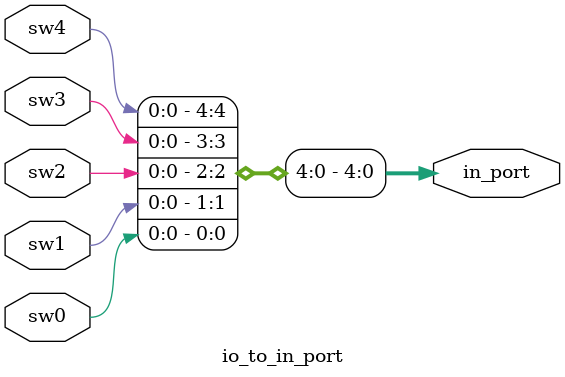
<source format=v>
module io_to_in_port (sw4,sw3,sw2,sw1,sw0,in_port);
	input sw0,sw1,sw2,sw3,sw4;
	output [31:0] in_port;
	
	assign in_port[0] = sw0;
	assign in_port[1] = sw1;
	assign in_port[2] = sw2;
	assign in_port[3] = sw3;
	assign in_port[4] = sw4;
	
endmodule

</source>
